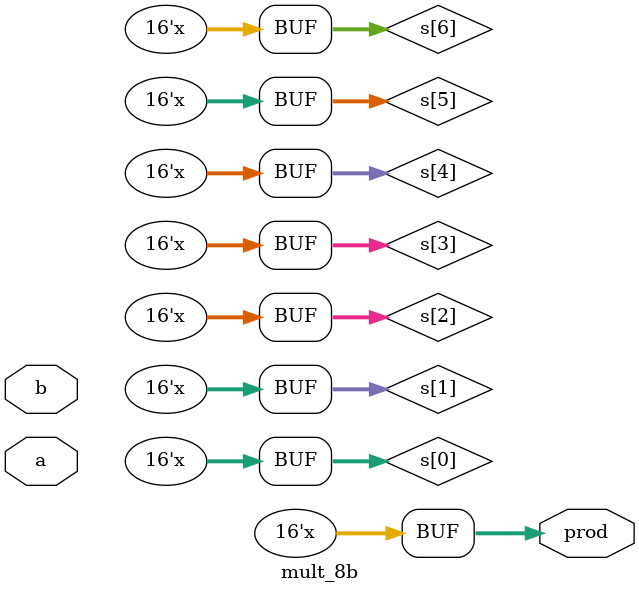
<source format=v>
module mult_8b(input [7:0] a, b, output [15:0] prod);
	wire [7:0] m [7:0];
	
	wire [15:0] s [6:0];
	
	genvar j;
	generate
		for(j=0; j<8; j = j+1) begin
			assign m[j] = {8{a[j]}}&b[7:0];
		end
	endgenerate
	assign s[0] = m[0] + (m[1]<<1);
	generate
		for(j=1; j<7; j = j+1) begin
			assign s[j] = s[j-1] + (m[j+1]<<(j+1));
		end
	endgenerate
	assign prod = s[6];
endmodule
</source>
